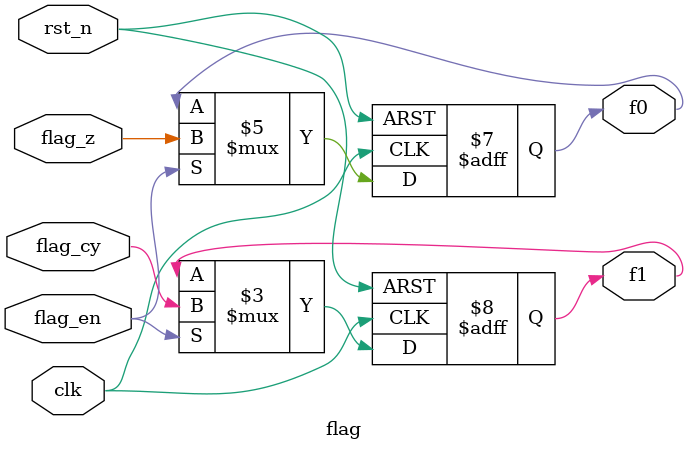
<source format=v>
module flag (
    clk,
    rst_n,
    f1,
    f0,
    flag_en,
    flag_z,
    flag_cy
);
input clk,rst_n,flag_cy,flag_z,flag_en;
output f0,f1;
wire clk,rst_n,flag_cy,flag_z;
reg f0,f1;

always @(posedge clk or negedge rst_n) begin
    if (rst_n==0) begin
        f0 <= 0;
        f1 <= 0;
    end
    else if(flag_en) begin
        f0 <= flag_z;
        f1 <= flag_cy;
    end
end
endmodule


</source>
